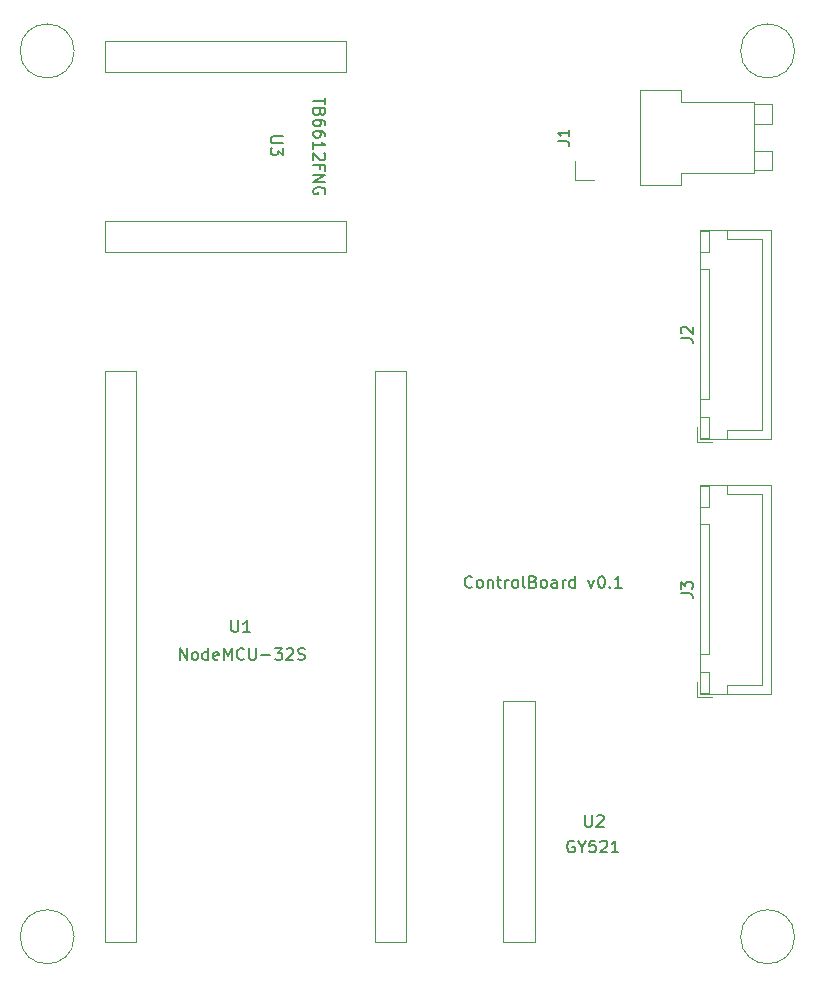
<source format=gbr>
%TF.GenerationSoftware,KiCad,Pcbnew,5.1.9*%
%TF.CreationDate,2021-05-07T09:39:52+08:00*%
%TF.ProjectId,control_board,636f6e74-726f-46c5-9f62-6f6172642e6b,rev?*%
%TF.SameCoordinates,Original*%
%TF.FileFunction,Legend,Top*%
%TF.FilePolarity,Positive*%
%FSLAX46Y46*%
G04 Gerber Fmt 4.6, Leading zero omitted, Abs format (unit mm)*
G04 Created by KiCad (PCBNEW 5.1.9) date 2021-05-07 09:39:52*
%MOMM*%
%LPD*%
G01*
G04 APERTURE LIST*
%ADD10C,0.150000*%
%ADD11C,0.120000*%
G04 APERTURE END LIST*
D10*
X125476190Y-89857142D02*
X125428571Y-89904761D01*
X125285714Y-89952380D01*
X125190476Y-89952380D01*
X125047619Y-89904761D01*
X124952380Y-89809523D01*
X124904761Y-89714285D01*
X124857142Y-89523809D01*
X124857142Y-89380952D01*
X124904761Y-89190476D01*
X124952380Y-89095238D01*
X125047619Y-89000000D01*
X125190476Y-88952380D01*
X125285714Y-88952380D01*
X125428571Y-89000000D01*
X125476190Y-89047619D01*
X126047619Y-89952380D02*
X125952380Y-89904761D01*
X125904761Y-89857142D01*
X125857142Y-89761904D01*
X125857142Y-89476190D01*
X125904761Y-89380952D01*
X125952380Y-89333333D01*
X126047619Y-89285714D01*
X126190476Y-89285714D01*
X126285714Y-89333333D01*
X126333333Y-89380952D01*
X126380952Y-89476190D01*
X126380952Y-89761904D01*
X126333333Y-89857142D01*
X126285714Y-89904761D01*
X126190476Y-89952380D01*
X126047619Y-89952380D01*
X126809523Y-89285714D02*
X126809523Y-89952380D01*
X126809523Y-89380952D02*
X126857142Y-89333333D01*
X126952380Y-89285714D01*
X127095238Y-89285714D01*
X127190476Y-89333333D01*
X127238095Y-89428571D01*
X127238095Y-89952380D01*
X127571428Y-89285714D02*
X127952380Y-89285714D01*
X127714285Y-88952380D02*
X127714285Y-89809523D01*
X127761904Y-89904761D01*
X127857142Y-89952380D01*
X127952380Y-89952380D01*
X128285714Y-89952380D02*
X128285714Y-89285714D01*
X128285714Y-89476190D02*
X128333333Y-89380952D01*
X128380952Y-89333333D01*
X128476190Y-89285714D01*
X128571428Y-89285714D01*
X129047619Y-89952380D02*
X128952380Y-89904761D01*
X128904761Y-89857142D01*
X128857142Y-89761904D01*
X128857142Y-89476190D01*
X128904761Y-89380952D01*
X128952380Y-89333333D01*
X129047619Y-89285714D01*
X129190476Y-89285714D01*
X129285714Y-89333333D01*
X129333333Y-89380952D01*
X129380952Y-89476190D01*
X129380952Y-89761904D01*
X129333333Y-89857142D01*
X129285714Y-89904761D01*
X129190476Y-89952380D01*
X129047619Y-89952380D01*
X129952380Y-89952380D02*
X129857142Y-89904761D01*
X129809523Y-89809523D01*
X129809523Y-88952380D01*
X130666666Y-89428571D02*
X130809523Y-89476190D01*
X130857142Y-89523809D01*
X130904761Y-89619047D01*
X130904761Y-89761904D01*
X130857142Y-89857142D01*
X130809523Y-89904761D01*
X130714285Y-89952380D01*
X130333333Y-89952380D01*
X130333333Y-88952380D01*
X130666666Y-88952380D01*
X130761904Y-89000000D01*
X130809523Y-89047619D01*
X130857142Y-89142857D01*
X130857142Y-89238095D01*
X130809523Y-89333333D01*
X130761904Y-89380952D01*
X130666666Y-89428571D01*
X130333333Y-89428571D01*
X131476190Y-89952380D02*
X131380952Y-89904761D01*
X131333333Y-89857142D01*
X131285714Y-89761904D01*
X131285714Y-89476190D01*
X131333333Y-89380952D01*
X131380952Y-89333333D01*
X131476190Y-89285714D01*
X131619047Y-89285714D01*
X131714285Y-89333333D01*
X131761904Y-89380952D01*
X131809523Y-89476190D01*
X131809523Y-89761904D01*
X131761904Y-89857142D01*
X131714285Y-89904761D01*
X131619047Y-89952380D01*
X131476190Y-89952380D01*
X132666666Y-89952380D02*
X132666666Y-89428571D01*
X132619047Y-89333333D01*
X132523809Y-89285714D01*
X132333333Y-89285714D01*
X132238095Y-89333333D01*
X132666666Y-89904761D02*
X132571428Y-89952380D01*
X132333333Y-89952380D01*
X132238095Y-89904761D01*
X132190476Y-89809523D01*
X132190476Y-89714285D01*
X132238095Y-89619047D01*
X132333333Y-89571428D01*
X132571428Y-89571428D01*
X132666666Y-89523809D01*
X133142857Y-89952380D02*
X133142857Y-89285714D01*
X133142857Y-89476190D02*
X133190476Y-89380952D01*
X133238095Y-89333333D01*
X133333333Y-89285714D01*
X133428571Y-89285714D01*
X134190476Y-89952380D02*
X134190476Y-88952380D01*
X134190476Y-89904761D02*
X134095238Y-89952380D01*
X133904761Y-89952380D01*
X133809523Y-89904761D01*
X133761904Y-89857142D01*
X133714285Y-89761904D01*
X133714285Y-89476190D01*
X133761904Y-89380952D01*
X133809523Y-89333333D01*
X133904761Y-89285714D01*
X134095238Y-89285714D01*
X134190476Y-89333333D01*
X135333333Y-89285714D02*
X135571428Y-89952380D01*
X135809523Y-89285714D01*
X136380952Y-88952380D02*
X136476190Y-88952380D01*
X136571428Y-89000000D01*
X136619047Y-89047619D01*
X136666666Y-89142857D01*
X136714285Y-89333333D01*
X136714285Y-89571428D01*
X136666666Y-89761904D01*
X136619047Y-89857142D01*
X136571428Y-89904761D01*
X136476190Y-89952380D01*
X136380952Y-89952380D01*
X136285714Y-89904761D01*
X136238095Y-89857142D01*
X136190476Y-89761904D01*
X136142857Y-89571428D01*
X136142857Y-89333333D01*
X136190476Y-89142857D01*
X136238095Y-89047619D01*
X136285714Y-89000000D01*
X136380952Y-88952380D01*
X137142857Y-89857142D02*
X137190476Y-89904761D01*
X137142857Y-89952380D01*
X137095238Y-89904761D01*
X137142857Y-89857142D01*
X137142857Y-89952380D01*
X138142857Y-89952380D02*
X137571428Y-89952380D01*
X137857142Y-89952380D02*
X137857142Y-88952380D01*
X137761904Y-89095238D01*
X137666666Y-89190476D01*
X137571428Y-89238095D01*
X113047619Y-48457142D02*
X113047619Y-49028571D01*
X112047619Y-48742857D02*
X113047619Y-48742857D01*
X112571428Y-49695238D02*
X112523809Y-49838095D01*
X112476190Y-49885714D01*
X112380952Y-49933333D01*
X112238095Y-49933333D01*
X112142857Y-49885714D01*
X112095238Y-49838095D01*
X112047619Y-49742857D01*
X112047619Y-49361904D01*
X113047619Y-49361904D01*
X113047619Y-49695238D01*
X113000000Y-49790476D01*
X112952380Y-49838095D01*
X112857142Y-49885714D01*
X112761904Y-49885714D01*
X112666666Y-49838095D01*
X112619047Y-49790476D01*
X112571428Y-49695238D01*
X112571428Y-49361904D01*
X113047619Y-50790476D02*
X113047619Y-50600000D01*
X113000000Y-50504761D01*
X112952380Y-50457142D01*
X112809523Y-50361904D01*
X112619047Y-50314285D01*
X112238095Y-50314285D01*
X112142857Y-50361904D01*
X112095238Y-50409523D01*
X112047619Y-50504761D01*
X112047619Y-50695238D01*
X112095238Y-50790476D01*
X112142857Y-50838095D01*
X112238095Y-50885714D01*
X112476190Y-50885714D01*
X112571428Y-50838095D01*
X112619047Y-50790476D01*
X112666666Y-50695238D01*
X112666666Y-50504761D01*
X112619047Y-50409523D01*
X112571428Y-50361904D01*
X112476190Y-50314285D01*
X113047619Y-51742857D02*
X113047619Y-51552380D01*
X113000000Y-51457142D01*
X112952380Y-51409523D01*
X112809523Y-51314285D01*
X112619047Y-51266666D01*
X112238095Y-51266666D01*
X112142857Y-51314285D01*
X112095238Y-51361904D01*
X112047619Y-51457142D01*
X112047619Y-51647619D01*
X112095238Y-51742857D01*
X112142857Y-51790476D01*
X112238095Y-51838095D01*
X112476190Y-51838095D01*
X112571428Y-51790476D01*
X112619047Y-51742857D01*
X112666666Y-51647619D01*
X112666666Y-51457142D01*
X112619047Y-51361904D01*
X112571428Y-51314285D01*
X112476190Y-51266666D01*
X112047619Y-52790476D02*
X112047619Y-52219047D01*
X112047619Y-52504761D02*
X113047619Y-52504761D01*
X112904761Y-52409523D01*
X112809523Y-52314285D01*
X112761904Y-52219047D01*
X112952380Y-53171428D02*
X113000000Y-53219047D01*
X113047619Y-53314285D01*
X113047619Y-53552380D01*
X113000000Y-53647619D01*
X112952380Y-53695238D01*
X112857142Y-53742857D01*
X112761904Y-53742857D01*
X112619047Y-53695238D01*
X112047619Y-53123809D01*
X112047619Y-53742857D01*
X112571428Y-54504761D02*
X112571428Y-54171428D01*
X112047619Y-54171428D02*
X113047619Y-54171428D01*
X113047619Y-54647619D01*
X112047619Y-55028571D02*
X113047619Y-55028571D01*
X112047619Y-55600000D01*
X113047619Y-55600000D01*
X113000000Y-56600000D02*
X113047619Y-56504761D01*
X113047619Y-56361904D01*
X113000000Y-56219047D01*
X112904761Y-56123809D01*
X112809523Y-56076190D01*
X112619047Y-56028571D01*
X112476190Y-56028571D01*
X112285714Y-56076190D01*
X112190476Y-56123809D01*
X112095238Y-56219047D01*
X112047619Y-56361904D01*
X112047619Y-56457142D01*
X112095238Y-56600000D01*
X112142857Y-56647619D01*
X112476190Y-56647619D01*
X112476190Y-56457142D01*
X100738095Y-96052380D02*
X100738095Y-95052380D01*
X101309523Y-96052380D01*
X101309523Y-95052380D01*
X101928571Y-96052380D02*
X101833333Y-96004761D01*
X101785714Y-95957142D01*
X101738095Y-95861904D01*
X101738095Y-95576190D01*
X101785714Y-95480952D01*
X101833333Y-95433333D01*
X101928571Y-95385714D01*
X102071428Y-95385714D01*
X102166666Y-95433333D01*
X102214285Y-95480952D01*
X102261904Y-95576190D01*
X102261904Y-95861904D01*
X102214285Y-95957142D01*
X102166666Y-96004761D01*
X102071428Y-96052380D01*
X101928571Y-96052380D01*
X103119047Y-96052380D02*
X103119047Y-95052380D01*
X103119047Y-96004761D02*
X103023809Y-96052380D01*
X102833333Y-96052380D01*
X102738095Y-96004761D01*
X102690476Y-95957142D01*
X102642857Y-95861904D01*
X102642857Y-95576190D01*
X102690476Y-95480952D01*
X102738095Y-95433333D01*
X102833333Y-95385714D01*
X103023809Y-95385714D01*
X103119047Y-95433333D01*
X103976190Y-96004761D02*
X103880952Y-96052380D01*
X103690476Y-96052380D01*
X103595238Y-96004761D01*
X103547619Y-95909523D01*
X103547619Y-95528571D01*
X103595238Y-95433333D01*
X103690476Y-95385714D01*
X103880952Y-95385714D01*
X103976190Y-95433333D01*
X104023809Y-95528571D01*
X104023809Y-95623809D01*
X103547619Y-95719047D01*
X104452380Y-96052380D02*
X104452380Y-95052380D01*
X104785714Y-95766666D01*
X105119047Y-95052380D01*
X105119047Y-96052380D01*
X106166666Y-95957142D02*
X106119047Y-96004761D01*
X105976190Y-96052380D01*
X105880952Y-96052380D01*
X105738095Y-96004761D01*
X105642857Y-95909523D01*
X105595238Y-95814285D01*
X105547619Y-95623809D01*
X105547619Y-95480952D01*
X105595238Y-95290476D01*
X105642857Y-95195238D01*
X105738095Y-95100000D01*
X105880952Y-95052380D01*
X105976190Y-95052380D01*
X106119047Y-95100000D01*
X106166666Y-95147619D01*
X106595238Y-95052380D02*
X106595238Y-95861904D01*
X106642857Y-95957142D01*
X106690476Y-96004761D01*
X106785714Y-96052380D01*
X106976190Y-96052380D01*
X107071428Y-96004761D01*
X107119047Y-95957142D01*
X107166666Y-95861904D01*
X107166666Y-95052380D01*
X107642857Y-95671428D02*
X108404761Y-95671428D01*
X108785714Y-95052380D02*
X109404761Y-95052380D01*
X109071428Y-95433333D01*
X109214285Y-95433333D01*
X109309523Y-95480952D01*
X109357142Y-95528571D01*
X109404761Y-95623809D01*
X109404761Y-95861904D01*
X109357142Y-95957142D01*
X109309523Y-96004761D01*
X109214285Y-96052380D01*
X108928571Y-96052380D01*
X108833333Y-96004761D01*
X108785714Y-95957142D01*
X109785714Y-95147619D02*
X109833333Y-95100000D01*
X109928571Y-95052380D01*
X110166666Y-95052380D01*
X110261904Y-95100000D01*
X110309523Y-95147619D01*
X110357142Y-95242857D01*
X110357142Y-95338095D01*
X110309523Y-95480952D01*
X109738095Y-96052380D01*
X110357142Y-96052380D01*
X110738095Y-96004761D02*
X110880952Y-96052380D01*
X111119047Y-96052380D01*
X111214285Y-96004761D01*
X111261904Y-95957142D01*
X111309523Y-95861904D01*
X111309523Y-95766666D01*
X111261904Y-95671428D01*
X111214285Y-95623809D01*
X111119047Y-95576190D01*
X110928571Y-95528571D01*
X110833333Y-95480952D01*
X110785714Y-95433333D01*
X110738095Y-95338095D01*
X110738095Y-95242857D01*
X110785714Y-95147619D01*
X110833333Y-95100000D01*
X110928571Y-95052380D01*
X111166666Y-95052380D01*
X111309523Y-95100000D01*
X134104761Y-111400000D02*
X134009523Y-111352380D01*
X133866666Y-111352380D01*
X133723809Y-111400000D01*
X133628571Y-111495238D01*
X133580952Y-111590476D01*
X133533333Y-111780952D01*
X133533333Y-111923809D01*
X133580952Y-112114285D01*
X133628571Y-112209523D01*
X133723809Y-112304761D01*
X133866666Y-112352380D01*
X133961904Y-112352380D01*
X134104761Y-112304761D01*
X134152380Y-112257142D01*
X134152380Y-111923809D01*
X133961904Y-111923809D01*
X134771428Y-111876190D02*
X134771428Y-112352380D01*
X134438095Y-111352380D02*
X134771428Y-111876190D01*
X135104761Y-111352380D01*
X135914285Y-111352380D02*
X135438095Y-111352380D01*
X135390476Y-111828571D01*
X135438095Y-111780952D01*
X135533333Y-111733333D01*
X135771428Y-111733333D01*
X135866666Y-111780952D01*
X135914285Y-111828571D01*
X135961904Y-111923809D01*
X135961904Y-112161904D01*
X135914285Y-112257142D01*
X135866666Y-112304761D01*
X135771428Y-112352380D01*
X135533333Y-112352380D01*
X135438095Y-112304761D01*
X135390476Y-112257142D01*
X136342857Y-111447619D02*
X136390476Y-111400000D01*
X136485714Y-111352380D01*
X136723809Y-111352380D01*
X136819047Y-111400000D01*
X136866666Y-111447619D01*
X136914285Y-111542857D01*
X136914285Y-111638095D01*
X136866666Y-111780952D01*
X136295238Y-112352380D01*
X136914285Y-112352380D01*
X137866666Y-112352380D02*
X137295238Y-112352380D01*
X137580952Y-112352380D02*
X137580952Y-111352380D01*
X137485714Y-111495238D01*
X137390476Y-111590476D01*
X137295238Y-111638095D01*
D11*
%TO.C,REF\u002A\u002A*%
X91786000Y-119500000D02*
G75*
G03*
X91786000Y-119500000I-2286000J0D01*
G01*
%TO.C,U3*%
X114823500Y-43656500D02*
X114823500Y-46323500D01*
X114823500Y-46323500D02*
X94376500Y-46323500D01*
X94376500Y-46323500D02*
X94376500Y-43656500D01*
X94376500Y-43656500D02*
X114823500Y-43656500D01*
X94376500Y-61563500D02*
X94376500Y-58896500D01*
X94376500Y-58896500D02*
X114823500Y-58896500D01*
X114823500Y-61563500D02*
X94376500Y-61563500D01*
X114823500Y-58896500D02*
X114823500Y-61563500D01*
%TO.C,REF\u002A\u002A*%
X152786000Y-119500000D02*
G75*
G03*
X152786000Y-119500000I-2286000J0D01*
G01*
X152786000Y-44500000D02*
G75*
G03*
X152786000Y-44500000I-2286000J0D01*
G01*
X91786000Y-44500000D02*
G75*
G03*
X91786000Y-44500000I-2286000J0D01*
G01*
%TO.C,J2*%
X144505000Y-77605000D02*
X145755000Y-77605000D01*
X144505000Y-76355000D02*
X144505000Y-77605000D01*
X150005000Y-60455000D02*
X150005000Y-68505000D01*
X147055000Y-60455000D02*
X150005000Y-60455000D01*
X147055000Y-59705000D02*
X147055000Y-60455000D01*
X150005000Y-76555000D02*
X150005000Y-68505000D01*
X147055000Y-76555000D02*
X150005000Y-76555000D01*
X147055000Y-77305000D02*
X147055000Y-76555000D01*
X144805000Y-59705000D02*
X144805000Y-61505000D01*
X145555000Y-59705000D02*
X144805000Y-59705000D01*
X145555000Y-61505000D02*
X145555000Y-59705000D01*
X144805000Y-61505000D02*
X145555000Y-61505000D01*
X144805000Y-75505000D02*
X144805000Y-77305000D01*
X145555000Y-75505000D02*
X144805000Y-75505000D01*
X145555000Y-77305000D02*
X145555000Y-75505000D01*
X144805000Y-77305000D02*
X145555000Y-77305000D01*
X144805000Y-63005000D02*
X144805000Y-74005000D01*
X145555000Y-63005000D02*
X144805000Y-63005000D01*
X145555000Y-74005000D02*
X145555000Y-63005000D01*
X144805000Y-74005000D02*
X145555000Y-74005000D01*
X144795000Y-59695000D02*
X144795000Y-77315000D01*
X150765000Y-59695000D02*
X144795000Y-59695000D01*
X150765000Y-77315000D02*
X150765000Y-59695000D01*
X144795000Y-77315000D02*
X150765000Y-77315000D01*
%TO.C,J3*%
X144795000Y-98905000D02*
X150765000Y-98905000D01*
X150765000Y-98905000D02*
X150765000Y-81285000D01*
X150765000Y-81285000D02*
X144795000Y-81285000D01*
X144795000Y-81285000D02*
X144795000Y-98905000D01*
X144805000Y-95595000D02*
X145555000Y-95595000D01*
X145555000Y-95595000D02*
X145555000Y-84595000D01*
X145555000Y-84595000D02*
X144805000Y-84595000D01*
X144805000Y-84595000D02*
X144805000Y-95595000D01*
X144805000Y-98895000D02*
X145555000Y-98895000D01*
X145555000Y-98895000D02*
X145555000Y-97095000D01*
X145555000Y-97095000D02*
X144805000Y-97095000D01*
X144805000Y-97095000D02*
X144805000Y-98895000D01*
X144805000Y-83095000D02*
X145555000Y-83095000D01*
X145555000Y-83095000D02*
X145555000Y-81295000D01*
X145555000Y-81295000D02*
X144805000Y-81295000D01*
X144805000Y-81295000D02*
X144805000Y-83095000D01*
X147055000Y-98895000D02*
X147055000Y-98145000D01*
X147055000Y-98145000D02*
X150005000Y-98145000D01*
X150005000Y-98145000D02*
X150005000Y-90095000D01*
X147055000Y-81295000D02*
X147055000Y-82045000D01*
X147055000Y-82045000D02*
X150005000Y-82045000D01*
X150005000Y-82045000D02*
X150005000Y-90095000D01*
X144505000Y-97945000D02*
X144505000Y-99195000D01*
X144505000Y-99195000D02*
X145755000Y-99195000D01*
%TO.C,J1*%
X139715000Y-55860000D02*
X139715000Y-47780000D01*
X139715000Y-47780000D02*
X143135000Y-47780000D01*
X143135000Y-47780000D02*
X143135000Y-48830000D01*
X143135000Y-48830000D02*
X149335000Y-48830000D01*
X149335000Y-48830000D02*
X149335000Y-54810000D01*
X149335000Y-54810000D02*
X143135000Y-54810000D01*
X143135000Y-54810000D02*
X143135000Y-55860000D01*
X143135000Y-55860000D02*
X139715000Y-55860000D01*
X149335000Y-54620000D02*
X150835000Y-54620000D01*
X150835000Y-54620000D02*
X150835000Y-52980000D01*
X150835000Y-52980000D02*
X149335000Y-52980000D01*
X149335000Y-50660000D02*
X150835000Y-50660000D01*
X150835000Y-50660000D02*
X150835000Y-49020000D01*
X150835000Y-49020000D02*
X149335000Y-49020000D01*
X134215000Y-53800000D02*
X134215000Y-55410000D01*
X134215000Y-55410000D02*
X135825000Y-55410000D01*
%TO.C,U1*%
X97040000Y-119920000D02*
X97040000Y-71600000D01*
X97040000Y-71600000D02*
X94380000Y-71600000D01*
X94380000Y-119920000D02*
X94380000Y-71600000D01*
X97040000Y-119920000D02*
X94380000Y-119920000D01*
X119900000Y-71600000D02*
X117240000Y-71600000D01*
X119900000Y-119920000D02*
X119900000Y-71600000D01*
X117240000Y-119920000D02*
X117240000Y-71600000D01*
X119900000Y-119920000D02*
X117240000Y-119920000D01*
%TO.C,U2*%
X128126500Y-99536500D02*
X130793500Y-99536500D01*
X130793500Y-99536500D02*
X130793500Y-119983500D01*
X130793500Y-119983500D02*
X128126500Y-119983500D01*
X128126500Y-119983500D02*
X128126500Y-99536500D01*
%TO.C,U3*%
D10*
X109447619Y-51738095D02*
X108638095Y-51738095D01*
X108542857Y-51785714D01*
X108495238Y-51833333D01*
X108447619Y-51928571D01*
X108447619Y-52119047D01*
X108495238Y-52214285D01*
X108542857Y-52261904D01*
X108638095Y-52309523D01*
X109447619Y-52309523D01*
X109447619Y-52690476D02*
X109447619Y-53309523D01*
X109066666Y-52976190D01*
X109066666Y-53119047D01*
X109019047Y-53214285D01*
X108971428Y-53261904D01*
X108876190Y-53309523D01*
X108638095Y-53309523D01*
X108542857Y-53261904D01*
X108495238Y-53214285D01*
X108447619Y-53119047D01*
X108447619Y-52833333D01*
X108495238Y-52738095D01*
X108542857Y-52690476D01*
%TO.C,J2*%
X143157380Y-68838333D02*
X143871666Y-68838333D01*
X144014523Y-68885952D01*
X144109761Y-68981190D01*
X144157380Y-69124047D01*
X144157380Y-69219285D01*
X143252619Y-68409761D02*
X143205000Y-68362142D01*
X143157380Y-68266904D01*
X143157380Y-68028809D01*
X143205000Y-67933571D01*
X143252619Y-67885952D01*
X143347857Y-67838333D01*
X143443095Y-67838333D01*
X143585952Y-67885952D01*
X144157380Y-68457380D01*
X144157380Y-67838333D01*
%TO.C,J3*%
X143157380Y-90428333D02*
X143871666Y-90428333D01*
X144014523Y-90475952D01*
X144109761Y-90571190D01*
X144157380Y-90714047D01*
X144157380Y-90809285D01*
X143157380Y-90047380D02*
X143157380Y-89428333D01*
X143538333Y-89761666D01*
X143538333Y-89618809D01*
X143585952Y-89523571D01*
X143633571Y-89475952D01*
X143728809Y-89428333D01*
X143966904Y-89428333D01*
X144062142Y-89475952D01*
X144109761Y-89523571D01*
X144157380Y-89618809D01*
X144157380Y-89904523D01*
X144109761Y-89999761D01*
X144062142Y-90047380D01*
%TO.C,J1*%
X132727380Y-52153333D02*
X133441666Y-52153333D01*
X133584523Y-52200952D01*
X133679761Y-52296190D01*
X133727380Y-52439047D01*
X133727380Y-52534285D01*
X133727380Y-51153333D02*
X133727380Y-51724761D01*
X133727380Y-51439047D02*
X132727380Y-51439047D01*
X132870238Y-51534285D01*
X132965476Y-51629523D01*
X133013095Y-51724761D01*
%TO.C,U1*%
X105108095Y-92702380D02*
X105108095Y-93511904D01*
X105155714Y-93607142D01*
X105203333Y-93654761D01*
X105298571Y-93702380D01*
X105489047Y-93702380D01*
X105584285Y-93654761D01*
X105631904Y-93607142D01*
X105679523Y-93511904D01*
X105679523Y-92702380D01*
X106679523Y-93702380D02*
X106108095Y-93702380D01*
X106393809Y-93702380D02*
X106393809Y-92702380D01*
X106298571Y-92845238D01*
X106203333Y-92940476D01*
X106108095Y-92988095D01*
%TO.C,U2*%
X135048095Y-109212380D02*
X135048095Y-110021904D01*
X135095714Y-110117142D01*
X135143333Y-110164761D01*
X135238571Y-110212380D01*
X135429047Y-110212380D01*
X135524285Y-110164761D01*
X135571904Y-110117142D01*
X135619523Y-110021904D01*
X135619523Y-109212380D01*
X136048095Y-109307619D02*
X136095714Y-109260000D01*
X136190952Y-109212380D01*
X136429047Y-109212380D01*
X136524285Y-109260000D01*
X136571904Y-109307619D01*
X136619523Y-109402857D01*
X136619523Y-109498095D01*
X136571904Y-109640952D01*
X136000476Y-110212380D01*
X136619523Y-110212380D01*
%TD*%
M02*

</source>
